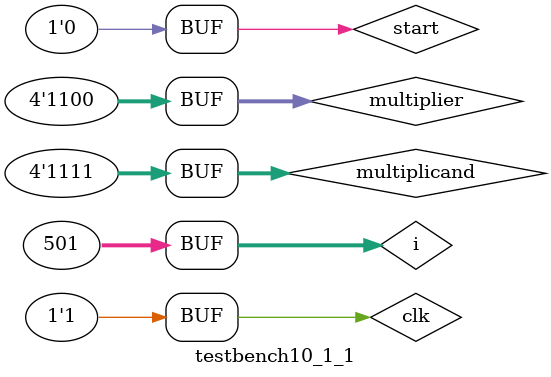
<source format=v>
`timescale 1ns / 1ps


module testbench10_1_1(

    );
    reg [3:0] multiplier, multiplicand;
    reg clk, start;
    wire [7:0] product;
    wire done;
    integer i;
    wire [2:0] state;
    ASM10_1_1 DUT (.multiplier_address(multiplier), .multiplicand_address(multiplicand), .clk(clk), .start(start), .product(product), .done(done), .state(state));
    
    integer i;
    initial clk = 1;
    initial start = 0;
    initial multiplier = 4'b0101;
    initial multiplicand =4'b0111;
    initial
    begin
    for(i = 0; i < 501; i = i + 1)
        begin
        if (i % 5 == 0)
            clk = ~clk;
        if (i == 30)
            start = 1;
        if (i == 40 || i == 150 || i == 260)
            start = 0;
        if (i == 140)
            begin
            start = 1;
            multiplier = 4'b1001;
            multiplicand = 4'b1001;
            end
        if (i == 250)
            begin
            start = 1;
            multiplier = 4'b1100;
            multiplicand = 4'b1111;
            end
        #1 clk = clk;
         end
    end
endmodule

</source>
